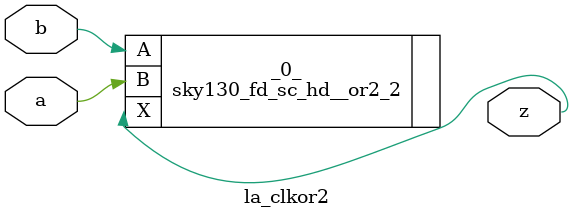
<source format=v>

module la_clkor2(a, b, z);
  input a;
  input b;
  output z;
  sky130_fd_sc_hd__or2_2 _0_ (
    .A(b),
    .B(a),
    .X(z)
  );
endmodule

</source>
